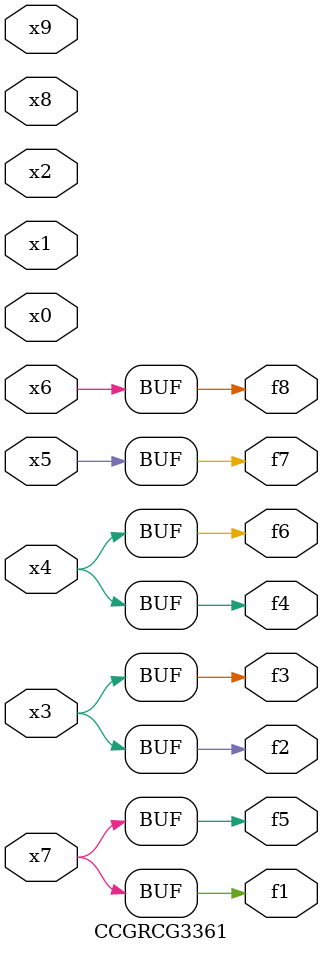
<source format=v>
module CCGRCG3361(
	input x0, x1, x2, x3, x4, x5, x6, x7, x8, x9,
	output f1, f2, f3, f4, f5, f6, f7, f8
);
	assign f1 = x7;
	assign f2 = x3;
	assign f3 = x3;
	assign f4 = x4;
	assign f5 = x7;
	assign f6 = x4;
	assign f7 = x5;
	assign f8 = x6;
endmodule

</source>
